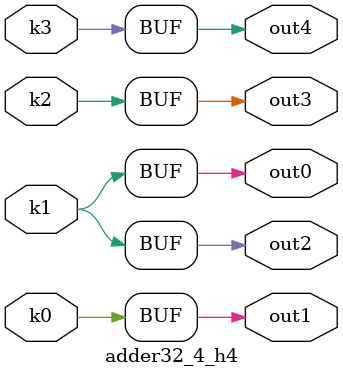
<source format=v>
module adder32_4(pi0, pi1, pi2, pi3, pi4, pi5, pi6, pi7, pi8, po0, po1, po2, po3, po4);
input pi0, pi1, pi2, pi3, pi4, pi5, pi6, pi7, pi8;
output po0, po1, po2, po3, po4;
wire k0, k1, k2, k3;
adder32_4_w4 DUT1 (pi0, pi1, pi2, pi3, pi4, pi5, pi6, pi7, pi8, k0, k1, k2, k3);
adder32_4_h4 DUT2 (k0, k1, k2, k3, po0, po1, po2, po3, po4);
endmodule

module adder32_4_w4(in8, in7, in6, in5, in4, in3, in2, in1, in0, k3, k2, k1, k0);
input in8, in7, in6, in5, in4, in3, in2, in1, in0;
output k3, k2, k1, k0;
assign k0 =   ((in5 ^ in1) & ((((in8 & (in4 | ~in0)) | (in4 & ~in0)) & (in6 | in2) & (in7 | in3)) | (in7 & in3 & (in6 | in2)) | (in6 & in2))) | (((~in4 & in0) | (~in8 & (~in4 | in0))) & (~in5 ^ in1) & (~in6 | ~in2) & (~in7 | ~in3)) | ((~in5 ^ in1) & ((~in6 & ~in2) | (~in7 & ~in3 & (~in6 | ~in2))));
assign k1 =   ((~in6 ^ in2) & ((((in8 & (in4 | ~in0)) | (in4 & ~in0)) & (in7 | in3)) | (in7 & in3))) | (((~in4 & in0) | (~in8 & (~in4 | in0))) & (~in7 | ~in3) & (in6 ^ in2)) | (~in7 & ~in3 & (in6 ^ in2));
assign k2 =   ((in7 ^ in3) & ((in8 & (in4 | ~in0)) | (in4 & ~in0))) | (((~in4 & in0) | (~in8 & (~in4 | in0))) & (~in7 ^ in3));
assign k3 =   in8 ? (in4 ^ in0) : (~in4 ^ in0);
endmodule

module adder32_4_h4(k3, k2, k1, k0, out4, out3, out2, out1, out0);
input k3, k2, k1, k0;
output out4, out3, out2, out1, out0;
assign out0 = k1;
assign out1 = k0;
assign out2 = k1;
assign out3 = k2;
assign out4 = k3;
endmodule

</source>
